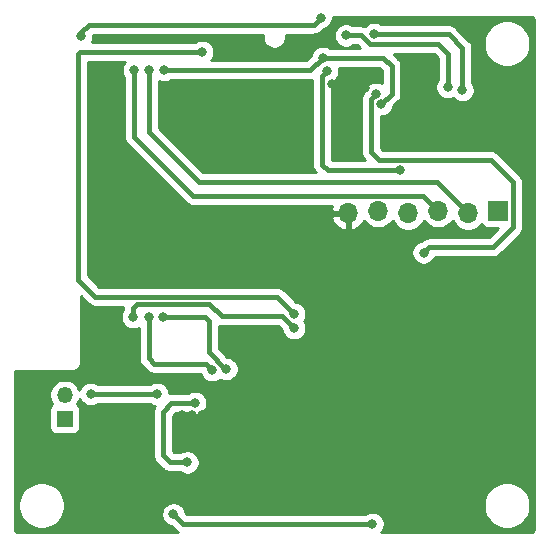
<source format=gbr>
%TF.GenerationSoftware,KiCad,Pcbnew,(5.1.10-1-10_14)*%
%TF.CreationDate,2021-06-21T19:24:18+01:00*%
%TF.ProjectId,IAQ_Project,4941515f-5072-46f6-9a65-63742e6b6963,rev?*%
%TF.SameCoordinates,Original*%
%TF.FileFunction,Copper,L2,Bot*%
%TF.FilePolarity,Positive*%
%FSLAX46Y46*%
G04 Gerber Fmt 4.6, Leading zero omitted, Abs format (unit mm)*
G04 Created by KiCad (PCBNEW (5.1.10-1-10_14)) date 2021-06-21 19:24:18*
%MOMM*%
%LPD*%
G01*
G04 APERTURE LIST*
%TA.AperFunction,ComponentPad*%
%ADD10R,1.350000X1.350000*%
%TD*%
%TA.AperFunction,ComponentPad*%
%ADD11O,1.350000X1.350000*%
%TD*%
%TA.AperFunction,ComponentPad*%
%ADD12O,1.700000X1.700000*%
%TD*%
%TA.AperFunction,ComponentPad*%
%ADD13R,1.700000X1.700000*%
%TD*%
%TA.AperFunction,ViaPad*%
%ADD14C,0.800000*%
%TD*%
%TA.AperFunction,Conductor*%
%ADD15C,0.400000*%
%TD*%
%TA.AperFunction,Conductor*%
%ADD16C,0.254000*%
%TD*%
%TA.AperFunction,Conductor*%
%ADD17C,0.100000*%
%TD*%
G04 APERTURE END LIST*
D10*
%TO.P,J3,1*%
%TO.N,VCC*%
X48900000Y-110700000D03*
D11*
%TO.P,J3,2*%
%TO.N,VBat-*%
X48900000Y-108700000D03*
%TD*%
D12*
%TO.P,J1,3*%
%TO.N,/ESP_TX*%
X80525000Y-93100000D03*
%TO.P,J1,2*%
%TO.N,/ESP_RX*%
X83065000Y-93300000D03*
%TO.P,J1,6*%
%TO.N,GND*%
X72905000Y-93300000D03*
%TO.P,J1,5*%
%TO.N,/ESP_I0*%
X75445000Y-93100000D03*
%TO.P,J1,4*%
%TO.N,/ESP_EN*%
X77985000Y-93300000D03*
D13*
%TO.P,J1,1*%
%TO.N,VDDA*%
X85605000Y-93100000D03*
%TD*%
D14*
%TO.N,GND*%
X59650000Y-110400000D03*
X59650000Y-111300000D03*
X59650000Y-112200000D03*
X59650000Y-113100000D03*
X60500000Y-113100000D03*
X60500000Y-112200000D03*
X60500000Y-111300000D03*
X60500000Y-110400000D03*
X58800000Y-110400000D03*
X58800000Y-111300000D03*
X58800000Y-112200000D03*
X58800000Y-113100000D03*
X77750000Y-110500000D03*
X77750000Y-111500000D03*
X77750000Y-112500000D03*
X76750000Y-112500000D03*
X76750000Y-111500000D03*
X76750000Y-110500000D03*
X77750000Y-109500000D03*
X76750000Y-109500000D03*
X46300000Y-114300000D03*
X74450000Y-118200000D03*
X83800000Y-81400000D03*
X71500000Y-82350000D03*
X74364814Y-82733442D03*
X82500000Y-97500000D03*
X85000000Y-97500000D03*
X87500000Y-97500000D03*
X87500000Y-100000000D03*
X85000000Y-100000000D03*
X82500000Y-100000000D03*
X87500000Y-102500000D03*
X85000000Y-102500000D03*
X82500000Y-102500000D03*
X82500000Y-105000000D03*
X85000000Y-105000000D03*
X87500000Y-105000000D03*
X87500000Y-107500000D03*
X87500000Y-110000000D03*
X87500000Y-112500000D03*
X87500000Y-114700000D03*
X85000000Y-114700000D03*
X82500000Y-115000000D03*
X82500000Y-112500000D03*
X82500000Y-110000000D03*
X82500000Y-107500000D03*
X85000000Y-107500000D03*
X85000000Y-110000000D03*
X85000000Y-112500000D03*
X82500000Y-117500000D03*
X82500000Y-120000000D03*
X80000000Y-120000000D03*
X80000000Y-117500000D03*
X80000000Y-115000000D03*
X80000000Y-112500000D03*
X80000000Y-110000000D03*
X80000000Y-107500000D03*
X80000000Y-105000000D03*
X80000000Y-105000000D03*
X80000000Y-102500000D03*
X77500000Y-120000000D03*
X87500000Y-87500000D03*
X85000000Y-87500000D03*
X87500000Y-85000000D03*
X87500000Y-82500000D03*
X52500000Y-85000000D03*
X52500000Y-87500000D03*
X52500000Y-90000000D03*
X52500000Y-92500000D03*
X55000000Y-90000000D03*
X55000000Y-92500000D03*
X62500000Y-85000000D03*
X65000000Y-85000000D03*
X65000000Y-87500000D03*
X62500000Y-87500000D03*
X57500000Y-85000000D03*
X60000000Y-85000000D03*
X60000000Y-87500000D03*
X55000000Y-95000000D03*
X52500000Y-95000000D03*
X62500000Y-95000000D03*
X65000000Y-95000000D03*
%TO.N,VCC*%
X58100000Y-118800000D03*
X74950000Y-119600000D03*
X75249503Y-83199624D03*
X79300000Y-96650000D03*
%TO.N,/SDO_ADR*%
X82575000Y-82900000D03*
X75100000Y-78150000D03*
%TO.N,/SDI_3V*%
X57325000Y-81200000D03*
X70750000Y-80150000D03*
X75715686Y-84084314D03*
%TO.N,/SCK_3V*%
X81325000Y-82625000D03*
X72725000Y-78250000D03*
%TO.N,VDDA*%
X71100000Y-81300000D03*
X77325000Y-89675000D03*
%TO.N,/ESP_RX*%
X56075000Y-81175000D03*
%TO.N,/ESP_TX*%
X54775000Y-81175000D03*
%TO.N,/ESP_EN*%
X54700000Y-102100000D03*
X68325000Y-103050000D03*
%TO.N,VBUS*%
X59919524Y-109359998D03*
X59300000Y-114400000D03*
%TO.N,VBat-*%
X56700000Y-108600000D03*
X51100000Y-108600000D03*
%TO.N,/ESP_LED*%
X68325000Y-101825000D03*
X60550000Y-79650000D03*
%TO.N,Net-(R2-Pad1)*%
X61400000Y-106600000D03*
X56000000Y-102100000D03*
%TO.N,/ESP_SW*%
X70575000Y-76750000D03*
X50300000Y-78300000D03*
%TO.N,Net-(U5-Pad3)*%
X57200000Y-102100000D03*
X62600000Y-106500000D03*
%TD*%
D15*
%TO.N,GND*%
X57300000Y-115800000D02*
X46300000Y-115800000D01*
X59700000Y-118200000D02*
X57300000Y-115800000D01*
X74450000Y-118200000D02*
X59700000Y-118200000D01*
%TO.N,VCC*%
X58900000Y-119600000D02*
X58100000Y-118800000D01*
X74950000Y-119600000D02*
X58900000Y-119600000D01*
X74849504Y-83599623D02*
X74849504Y-87649504D01*
X75249503Y-83199624D02*
X74849504Y-83599623D01*
X74849504Y-88149504D02*
X75500000Y-88800000D01*
X74849504Y-87649504D02*
X74849504Y-88149504D01*
X75500000Y-88800000D02*
X84975000Y-88800000D01*
X86855001Y-90680001D02*
X86855001Y-94494999D01*
X84975000Y-88800000D02*
X86855001Y-90680001D01*
X86855001Y-94494999D02*
X85150000Y-96200000D01*
X79750000Y-96200000D02*
X79300000Y-96650000D01*
X85150000Y-96200000D02*
X79750000Y-96200000D01*
%TO.N,/SDO_ADR*%
X82575000Y-82900000D02*
X82575000Y-79325000D01*
X81400000Y-78150000D02*
X75100000Y-78150000D01*
X82575000Y-79325000D02*
X81400000Y-78150000D01*
%TO.N,/SDI_3V*%
X69700000Y-81200000D02*
X70750000Y-80150000D01*
X57325000Y-81200000D02*
X69700000Y-81200000D01*
X75715686Y-84084314D02*
X76575000Y-83225000D01*
X76575000Y-83225000D02*
X76575000Y-80850000D01*
X75875000Y-80150000D02*
X70750000Y-80150000D01*
X76575000Y-80850000D02*
X75875000Y-80150000D01*
%TO.N,/SCK_3V*%
X81325000Y-82625000D02*
X81325000Y-79850000D01*
X81325000Y-79850000D02*
X80500000Y-79025000D01*
X74015998Y-78250000D02*
X72725000Y-78250000D01*
X74790998Y-79025000D02*
X74015998Y-78250000D01*
X80500000Y-79025000D02*
X74790998Y-79025000D01*
%TO.N,VDDA*%
X70699999Y-81700001D02*
X70699999Y-89199999D01*
X71100000Y-81300000D02*
X70699999Y-81700001D01*
X70699999Y-89199999D02*
X71175000Y-89675000D01*
X71175000Y-89675000D02*
X77325000Y-89675000D01*
%TO.N,/ESP_RX*%
X83065000Y-93300000D02*
X80440000Y-90675000D01*
X80440000Y-90675000D02*
X60300000Y-90675000D01*
X56075000Y-86450000D02*
X56075000Y-81175000D01*
X60300000Y-90675000D02*
X56075000Y-86450000D01*
%TO.N,/ESP_TX*%
X79274999Y-91849999D02*
X59774999Y-91849999D01*
X80525000Y-93100000D02*
X79274999Y-91849999D01*
X54775000Y-86850000D02*
X54775000Y-81175000D01*
X59774999Y-91849999D02*
X54775000Y-86850000D01*
%TO.N,/ESP_EN*%
X54700000Y-102100000D02*
X54700000Y-101350000D01*
X54700000Y-101350000D02*
X55050000Y-101000000D01*
X55050000Y-101000000D02*
X61150000Y-101000000D01*
X61150000Y-101000000D02*
X62200000Y-102050000D01*
X67325000Y-102050000D02*
X68325000Y-103050000D01*
X62200000Y-102050000D02*
X67325000Y-102050000D01*
%TO.N,VBUS*%
X59919524Y-109359998D02*
X57940002Y-109359998D01*
X57940002Y-109359998D02*
X57200000Y-110100000D01*
X57200000Y-110100000D02*
X57200000Y-113800000D01*
X57800000Y-114400000D02*
X59300000Y-114400000D01*
X57200000Y-113800000D02*
X57800000Y-114400000D01*
%TO.N,VBat-*%
X56700000Y-108600000D02*
X51100000Y-108600000D01*
%TO.N,/ESP_LED*%
X66899990Y-100399990D02*
X51499990Y-100399990D01*
X68325000Y-101825000D02*
X66899990Y-100399990D01*
X50025010Y-98925010D02*
X50025010Y-79824990D01*
X51499990Y-100399990D02*
X50025010Y-98925010D01*
X50200000Y-79650000D02*
X60550000Y-79650000D01*
X50025010Y-79824990D02*
X50200000Y-79650000D01*
%TO.N,Net-(R2-Pad1)*%
X61400000Y-106600000D02*
X60900000Y-106100000D01*
X60900000Y-106100000D02*
X56500000Y-106100000D01*
X56000000Y-105600000D02*
X56000000Y-102100000D01*
X56500000Y-106100000D02*
X56000000Y-105600000D01*
%TO.N,/ESP_SW*%
X69974999Y-77350001D02*
X50924999Y-77350001D01*
X70575000Y-76750000D02*
X69974999Y-77350001D01*
X50300000Y-77975000D02*
X50300000Y-78300000D01*
X50924999Y-77350001D02*
X50300000Y-77975000D01*
%TO.N,Net-(U5-Pad3)*%
X57200000Y-102100000D02*
X60500000Y-102100000D01*
X60500000Y-102100000D02*
X60800000Y-102100000D01*
X60800000Y-102100000D02*
X61100000Y-102400000D01*
X61100000Y-102400000D02*
X61100000Y-104600000D01*
X61100000Y-104600000D02*
X61100000Y-105100000D01*
X62500000Y-106500000D02*
X62600000Y-106500000D01*
X61100000Y-105100000D02*
X62500000Y-106500000D01*
%TD*%
D16*
%TO.N,GND*%
X88365424Y-76669580D02*
X88428356Y-76688580D01*
X88486405Y-76719445D01*
X88537343Y-76760989D01*
X88579248Y-76811644D01*
X88610515Y-76869471D01*
X88629956Y-76932272D01*
X88640000Y-77027835D01*
X88640000Y-77932419D01*
X88640001Y-77932429D01*
X88640000Y-87232418D01*
X88640001Y-87232428D01*
X88640000Y-106332418D01*
X88640001Y-106332428D01*
X88640000Y-119967721D01*
X88630420Y-120065424D01*
X88611420Y-120128357D01*
X88580554Y-120186406D01*
X88539011Y-120237343D01*
X88488356Y-120279248D01*
X88430529Y-120310515D01*
X88367728Y-120329956D01*
X88272165Y-120340000D01*
X75673711Y-120340000D01*
X75753937Y-120259774D01*
X75867205Y-120090256D01*
X75945226Y-119901898D01*
X75985000Y-119701939D01*
X75985000Y-119498061D01*
X75945226Y-119298102D01*
X75867205Y-119109744D01*
X75753937Y-118940226D01*
X75609774Y-118796063D01*
X75440256Y-118682795D01*
X75251898Y-118604774D01*
X75051939Y-118565000D01*
X74848061Y-118565000D01*
X74648102Y-118604774D01*
X74459744Y-118682795D01*
X74336715Y-118765000D01*
X59245868Y-118765000D01*
X59124092Y-118643224D01*
X59095226Y-118498102D01*
X59017205Y-118309744D01*
X58903937Y-118140226D01*
X58759774Y-117996063D01*
X58590256Y-117882795D01*
X58521935Y-117854495D01*
X84365000Y-117854495D01*
X84365000Y-118245505D01*
X84441282Y-118629003D01*
X84590915Y-118990250D01*
X84808149Y-119315364D01*
X85084636Y-119591851D01*
X85409750Y-119809085D01*
X85770997Y-119958718D01*
X86154495Y-120035000D01*
X86545505Y-120035000D01*
X86929003Y-119958718D01*
X87290250Y-119809085D01*
X87615364Y-119591851D01*
X87891851Y-119315364D01*
X88109085Y-118990250D01*
X88258718Y-118629003D01*
X88335000Y-118245505D01*
X88335000Y-117854495D01*
X88258718Y-117470997D01*
X88109085Y-117109750D01*
X87891851Y-116784636D01*
X87615364Y-116508149D01*
X87290250Y-116290915D01*
X86929003Y-116141282D01*
X86545505Y-116065000D01*
X86154495Y-116065000D01*
X85770997Y-116141282D01*
X85409750Y-116290915D01*
X85084636Y-116508149D01*
X84808149Y-116784636D01*
X84590915Y-117109750D01*
X84441282Y-117470997D01*
X84365000Y-117854495D01*
X58521935Y-117854495D01*
X58401898Y-117804774D01*
X58201939Y-117765000D01*
X57998061Y-117765000D01*
X57798102Y-117804774D01*
X57609744Y-117882795D01*
X57440226Y-117996063D01*
X57296063Y-118140226D01*
X57182795Y-118309744D01*
X57104774Y-118498102D01*
X57065000Y-118698061D01*
X57065000Y-118901939D01*
X57104774Y-119101898D01*
X57182795Y-119290256D01*
X57296063Y-119459774D01*
X57440226Y-119603937D01*
X57609744Y-119717205D01*
X57798102Y-119795226D01*
X57943224Y-119824092D01*
X58280563Y-120161432D01*
X58306709Y-120193291D01*
X58338568Y-120219437D01*
X58338570Y-120219439D01*
X58433854Y-120297636D01*
X58513111Y-120340000D01*
X45032279Y-120340000D01*
X44934576Y-120330420D01*
X44871643Y-120311420D01*
X44813594Y-120280554D01*
X44762657Y-120239011D01*
X44720752Y-120188356D01*
X44689485Y-120130529D01*
X44670044Y-120067728D01*
X44660000Y-119972165D01*
X44660000Y-117854495D01*
X44965000Y-117854495D01*
X44965000Y-118245505D01*
X45041282Y-118629003D01*
X45190915Y-118990250D01*
X45408149Y-119315364D01*
X45684636Y-119591851D01*
X46009750Y-119809085D01*
X46370997Y-119958718D01*
X46754495Y-120035000D01*
X47145505Y-120035000D01*
X47529003Y-119958718D01*
X47890250Y-119809085D01*
X48215364Y-119591851D01*
X48491851Y-119315364D01*
X48709085Y-118990250D01*
X48858718Y-118629003D01*
X48935000Y-118245505D01*
X48935000Y-117854495D01*
X48858718Y-117470997D01*
X48709085Y-117109750D01*
X48491851Y-116784636D01*
X48215364Y-116508149D01*
X47890250Y-116290915D01*
X47529003Y-116141282D01*
X47145505Y-116065000D01*
X46754495Y-116065000D01*
X46370997Y-116141282D01*
X46009750Y-116290915D01*
X45684636Y-116508149D01*
X45408149Y-116784636D01*
X45190915Y-117109750D01*
X45041282Y-117470997D01*
X44965000Y-117854495D01*
X44660000Y-117854495D01*
X44660000Y-110025000D01*
X47586928Y-110025000D01*
X47586928Y-111375000D01*
X47599188Y-111499482D01*
X47635498Y-111619180D01*
X47694463Y-111729494D01*
X47773815Y-111826185D01*
X47870506Y-111905537D01*
X47980820Y-111964502D01*
X48100518Y-112000812D01*
X48225000Y-112013072D01*
X49575000Y-112013072D01*
X49699482Y-112000812D01*
X49819180Y-111964502D01*
X49929494Y-111905537D01*
X50026185Y-111826185D01*
X50105537Y-111729494D01*
X50164502Y-111619180D01*
X50200812Y-111499482D01*
X50213072Y-111375000D01*
X50213072Y-110025000D01*
X50200812Y-109900518D01*
X50164502Y-109780820D01*
X50105537Y-109670506D01*
X50026185Y-109573815D01*
X49939303Y-109502513D01*
X50060907Y-109320518D01*
X50159658Y-109082113D01*
X50166070Y-109049878D01*
X50182795Y-109090256D01*
X50296063Y-109259774D01*
X50440226Y-109403937D01*
X50609744Y-109517205D01*
X50798102Y-109595226D01*
X50998061Y-109635000D01*
X51201939Y-109635000D01*
X51401898Y-109595226D01*
X51590256Y-109517205D01*
X51713285Y-109435000D01*
X56086715Y-109435000D01*
X56209744Y-109517205D01*
X56398102Y-109595226D01*
X56514986Y-109618475D01*
X56502364Y-109633855D01*
X56424828Y-109778914D01*
X56377082Y-109936312D01*
X56360960Y-110100000D01*
X56365000Y-110141019D01*
X56365001Y-113758972D01*
X56360960Y-113800000D01*
X56377082Y-113963688D01*
X56424828Y-114121086D01*
X56502364Y-114266145D01*
X56502365Y-114266146D01*
X56606710Y-114393291D01*
X56638574Y-114419441D01*
X57180558Y-114961426D01*
X57206709Y-114993291D01*
X57287719Y-115059774D01*
X57333854Y-115097636D01*
X57478913Y-115175172D01*
X57636311Y-115222918D01*
X57799999Y-115239040D01*
X57841018Y-115235000D01*
X58686715Y-115235000D01*
X58809744Y-115317205D01*
X58998102Y-115395226D01*
X59198061Y-115435000D01*
X59401939Y-115435000D01*
X59601898Y-115395226D01*
X59790256Y-115317205D01*
X59959774Y-115203937D01*
X60103937Y-115059774D01*
X60217205Y-114890256D01*
X60295226Y-114701898D01*
X60335000Y-114501939D01*
X60335000Y-114298061D01*
X60295226Y-114098102D01*
X60217205Y-113909744D01*
X60103937Y-113740226D01*
X59959774Y-113596063D01*
X59790256Y-113482795D01*
X59601898Y-113404774D01*
X59401939Y-113365000D01*
X59198061Y-113365000D01*
X58998102Y-113404774D01*
X58809744Y-113482795D01*
X58686715Y-113565000D01*
X58145868Y-113565000D01*
X58035000Y-113454133D01*
X58035000Y-110445868D01*
X58285870Y-110194998D01*
X59306239Y-110194998D01*
X59429268Y-110277203D01*
X59617626Y-110355224D01*
X59817585Y-110394998D01*
X60021463Y-110394998D01*
X60221422Y-110355224D01*
X60409780Y-110277203D01*
X60579298Y-110163935D01*
X60723461Y-110019772D01*
X60836729Y-109850254D01*
X60914750Y-109661896D01*
X60954524Y-109461937D01*
X60954524Y-109258059D01*
X60914750Y-109058100D01*
X60836729Y-108869742D01*
X60723461Y-108700224D01*
X60579298Y-108556061D01*
X60409780Y-108442793D01*
X60221422Y-108364772D01*
X60021463Y-108324998D01*
X59817585Y-108324998D01*
X59617626Y-108364772D01*
X59429268Y-108442793D01*
X59306239Y-108524998D01*
X57981020Y-108524998D01*
X57940002Y-108520958D01*
X57898983Y-108524998D01*
X57776313Y-108537080D01*
X57735000Y-108549612D01*
X57735000Y-108498061D01*
X57695226Y-108298102D01*
X57617205Y-108109744D01*
X57503937Y-107940226D01*
X57359774Y-107796063D01*
X57190256Y-107682795D01*
X57001898Y-107604774D01*
X56801939Y-107565000D01*
X56598061Y-107565000D01*
X56398102Y-107604774D01*
X56209744Y-107682795D01*
X56086715Y-107765000D01*
X51713285Y-107765000D01*
X51590256Y-107682795D01*
X51401898Y-107604774D01*
X51201939Y-107565000D01*
X50998061Y-107565000D01*
X50798102Y-107604774D01*
X50609744Y-107682795D01*
X50440226Y-107796063D01*
X50296063Y-107940226D01*
X50182795Y-108109744D01*
X50128118Y-108241744D01*
X50060907Y-108079482D01*
X49917544Y-107864923D01*
X49735077Y-107682456D01*
X49520518Y-107539093D01*
X49282113Y-107440342D01*
X49029024Y-107390000D01*
X48770976Y-107390000D01*
X48517887Y-107440342D01*
X48279482Y-107539093D01*
X48064923Y-107682456D01*
X47882456Y-107864923D01*
X47739093Y-108079482D01*
X47640342Y-108317887D01*
X47590000Y-108570976D01*
X47590000Y-108829024D01*
X47640342Y-109082113D01*
X47739093Y-109320518D01*
X47860697Y-109502513D01*
X47773815Y-109573815D01*
X47694463Y-109670506D01*
X47635498Y-109780820D01*
X47599188Y-109900518D01*
X47586928Y-110025000D01*
X44660000Y-110025000D01*
X44660000Y-106660000D01*
X49567581Y-106660000D01*
X49600000Y-106663193D01*
X49632419Y-106660000D01*
X49729383Y-106650450D01*
X49853793Y-106612710D01*
X49968450Y-106551425D01*
X50068948Y-106468948D01*
X50151425Y-106368450D01*
X50212710Y-106253793D01*
X50250450Y-106129383D01*
X50263193Y-106000000D01*
X50260000Y-105967581D01*
X50260000Y-100340868D01*
X50880553Y-100961422D01*
X50906699Y-100993281D01*
X50938558Y-101019427D01*
X50938560Y-101019429D01*
X50950118Y-101028914D01*
X51033844Y-101097626D01*
X51178903Y-101175162D01*
X51336301Y-101222908D01*
X51458971Y-101234990D01*
X51458972Y-101234990D01*
X51499990Y-101239030D01*
X51541008Y-101234990D01*
X53872288Y-101234990D01*
X53860960Y-101350000D01*
X53865000Y-101391018D01*
X53865000Y-101486715D01*
X53782795Y-101609744D01*
X53704774Y-101798102D01*
X53665000Y-101998061D01*
X53665000Y-102201939D01*
X53704774Y-102401898D01*
X53782795Y-102590256D01*
X53896063Y-102759774D01*
X54040226Y-102903937D01*
X54209744Y-103017205D01*
X54398102Y-103095226D01*
X54598061Y-103135000D01*
X54801939Y-103135000D01*
X55001898Y-103095226D01*
X55165001Y-103027666D01*
X55165000Y-105558981D01*
X55160960Y-105600000D01*
X55165000Y-105641018D01*
X55177082Y-105763688D01*
X55224828Y-105921086D01*
X55302364Y-106066145D01*
X55406709Y-106193291D01*
X55438578Y-106219445D01*
X55880558Y-106661426D01*
X55906709Y-106693291D01*
X56033854Y-106797636D01*
X56178913Y-106875172D01*
X56336311Y-106922918D01*
X56458981Y-106935000D01*
X56458982Y-106935000D01*
X56500000Y-106939040D01*
X56541018Y-106935000D01*
X60418485Y-106935000D01*
X60482795Y-107090256D01*
X60596063Y-107259774D01*
X60740226Y-107403937D01*
X60909744Y-107517205D01*
X61098102Y-107595226D01*
X61298061Y-107635000D01*
X61501939Y-107635000D01*
X61701898Y-107595226D01*
X61890256Y-107517205D01*
X62059774Y-107403937D01*
X62071836Y-107391875D01*
X62109744Y-107417205D01*
X62298102Y-107495226D01*
X62498061Y-107535000D01*
X62701939Y-107535000D01*
X62901898Y-107495226D01*
X63090256Y-107417205D01*
X63259774Y-107303937D01*
X63403937Y-107159774D01*
X63517205Y-106990256D01*
X63595226Y-106801898D01*
X63635000Y-106601939D01*
X63635000Y-106398061D01*
X63595226Y-106198102D01*
X63517205Y-106009744D01*
X63403937Y-105840226D01*
X63259774Y-105696063D01*
X63090256Y-105582795D01*
X62901898Y-105504774D01*
X62701939Y-105465000D01*
X62645868Y-105465000D01*
X61935000Y-104754133D01*
X61935000Y-102842186D01*
X62036311Y-102872918D01*
X62158981Y-102885000D01*
X62158983Y-102885000D01*
X62199999Y-102889040D01*
X62241015Y-102885000D01*
X66979132Y-102885000D01*
X67300908Y-103206776D01*
X67329774Y-103351898D01*
X67407795Y-103540256D01*
X67521063Y-103709774D01*
X67665226Y-103853937D01*
X67834744Y-103967205D01*
X68023102Y-104045226D01*
X68223061Y-104085000D01*
X68426939Y-104085000D01*
X68626898Y-104045226D01*
X68815256Y-103967205D01*
X68984774Y-103853937D01*
X69128937Y-103709774D01*
X69242205Y-103540256D01*
X69320226Y-103351898D01*
X69360000Y-103151939D01*
X69360000Y-102948061D01*
X69320226Y-102748102D01*
X69242205Y-102559744D01*
X69160524Y-102437500D01*
X69242205Y-102315256D01*
X69320226Y-102126898D01*
X69360000Y-101926939D01*
X69360000Y-101723061D01*
X69320226Y-101523102D01*
X69242205Y-101334744D01*
X69128937Y-101165226D01*
X68984774Y-101021063D01*
X68815256Y-100907795D01*
X68626898Y-100829774D01*
X68481775Y-100800908D01*
X67519436Y-99838569D01*
X67493281Y-99806699D01*
X67366136Y-99702354D01*
X67221077Y-99624818D01*
X67063679Y-99577072D01*
X66941009Y-99564990D01*
X66941008Y-99564990D01*
X66899990Y-99560950D01*
X66858972Y-99564990D01*
X51845859Y-99564990D01*
X50860010Y-98579143D01*
X50860010Y-93656891D01*
X71463519Y-93656891D01*
X71560843Y-93931252D01*
X71709822Y-94181355D01*
X71904731Y-94397588D01*
X72138080Y-94571641D01*
X72400901Y-94696825D01*
X72548110Y-94741476D01*
X72778000Y-94620155D01*
X72778000Y-93427000D01*
X71584186Y-93427000D01*
X71463519Y-93656891D01*
X50860010Y-93656891D01*
X50860010Y-80485000D01*
X54001289Y-80485000D01*
X53971063Y-80515226D01*
X53857795Y-80684744D01*
X53779774Y-80873102D01*
X53740000Y-81073061D01*
X53740000Y-81276939D01*
X53779774Y-81476898D01*
X53857795Y-81665256D01*
X53940001Y-81788286D01*
X53940000Y-86808981D01*
X53935960Y-86850000D01*
X53940000Y-86891018D01*
X53952082Y-87013688D01*
X53999828Y-87171086D01*
X54077364Y-87316145D01*
X54181709Y-87443291D01*
X54213579Y-87469446D01*
X59155558Y-92411426D01*
X59181708Y-92443290D01*
X59308853Y-92547635D01*
X59453912Y-92625171D01*
X59611310Y-92672917D01*
X59733980Y-92684999D01*
X59733990Y-92684999D01*
X59774998Y-92689038D01*
X59816006Y-92684999D01*
X71555078Y-92684999D01*
X71463519Y-92943109D01*
X71584186Y-93173000D01*
X72778000Y-93173000D01*
X72778000Y-93153000D01*
X73032000Y-93153000D01*
X73032000Y-93173000D01*
X73052000Y-93173000D01*
X73052000Y-93427000D01*
X73032000Y-93427000D01*
X73032000Y-94620155D01*
X73261890Y-94741476D01*
X73409099Y-94696825D01*
X73671920Y-94571641D01*
X73905269Y-94397588D01*
X74100178Y-94181355D01*
X74232790Y-93958729D01*
X74291525Y-94046632D01*
X74498368Y-94253475D01*
X74741589Y-94415990D01*
X75011842Y-94527932D01*
X75298740Y-94585000D01*
X75591260Y-94585000D01*
X75878158Y-94527932D01*
X76148411Y-94415990D01*
X76391632Y-94253475D01*
X76598475Y-94046632D01*
X76653069Y-93964926D01*
X76669010Y-94003411D01*
X76831525Y-94246632D01*
X77038368Y-94453475D01*
X77281589Y-94615990D01*
X77551842Y-94727932D01*
X77838740Y-94785000D01*
X78131260Y-94785000D01*
X78418158Y-94727932D01*
X78688411Y-94615990D01*
X78931632Y-94453475D01*
X79138475Y-94246632D01*
X79300990Y-94003411D01*
X79316931Y-93964926D01*
X79371525Y-94046632D01*
X79578368Y-94253475D01*
X79821589Y-94415990D01*
X80091842Y-94527932D01*
X80378740Y-94585000D01*
X80671260Y-94585000D01*
X80958158Y-94527932D01*
X81228411Y-94415990D01*
X81471632Y-94253475D01*
X81678475Y-94046632D01*
X81733069Y-93964926D01*
X81749010Y-94003411D01*
X81911525Y-94246632D01*
X82118368Y-94453475D01*
X82361589Y-94615990D01*
X82631842Y-94727932D01*
X82918740Y-94785000D01*
X83211260Y-94785000D01*
X83498158Y-94727932D01*
X83768411Y-94615990D01*
X84011632Y-94453475D01*
X84202222Y-94262885D01*
X84224463Y-94304494D01*
X84303815Y-94401185D01*
X84400506Y-94480537D01*
X84510820Y-94539502D01*
X84630518Y-94575812D01*
X84755000Y-94588072D01*
X85581060Y-94588072D01*
X84804133Y-95365000D01*
X79791018Y-95365000D01*
X79749999Y-95360960D01*
X79708981Y-95365000D01*
X79586311Y-95377082D01*
X79428913Y-95424828D01*
X79283854Y-95502364D01*
X79156709Y-95606709D01*
X79140510Y-95626448D01*
X78998102Y-95654774D01*
X78809744Y-95732795D01*
X78640226Y-95846063D01*
X78496063Y-95990226D01*
X78382795Y-96159744D01*
X78304774Y-96348102D01*
X78265000Y-96548061D01*
X78265000Y-96751939D01*
X78304774Y-96951898D01*
X78382795Y-97140256D01*
X78496063Y-97309774D01*
X78640226Y-97453937D01*
X78809744Y-97567205D01*
X78998102Y-97645226D01*
X79198061Y-97685000D01*
X79401939Y-97685000D01*
X79601898Y-97645226D01*
X79790256Y-97567205D01*
X79959774Y-97453937D01*
X80103937Y-97309774D01*
X80217205Y-97140256D01*
X80260804Y-97035000D01*
X85108982Y-97035000D01*
X85150000Y-97039040D01*
X85191018Y-97035000D01*
X85191019Y-97035000D01*
X85313689Y-97022918D01*
X85471087Y-96975172D01*
X85616146Y-96897636D01*
X85743291Y-96793291D01*
X85769446Y-96761421D01*
X87416433Y-95114436D01*
X87448292Y-95088290D01*
X87552637Y-94961145D01*
X87630173Y-94816086D01*
X87677919Y-94658688D01*
X87690001Y-94536018D01*
X87690001Y-94536017D01*
X87694041Y-94494999D01*
X87690001Y-94453981D01*
X87690001Y-90721019D01*
X87694041Y-90680001D01*
X87677919Y-90516312D01*
X87630173Y-90358914D01*
X87552637Y-90213855D01*
X87474440Y-90118571D01*
X87474438Y-90118569D01*
X87448292Y-90086710D01*
X87416434Y-90060565D01*
X85594446Y-88238579D01*
X85568291Y-88206709D01*
X85441146Y-88102364D01*
X85296087Y-88024828D01*
X85138689Y-87977082D01*
X85016019Y-87965000D01*
X85016018Y-87965000D01*
X84975000Y-87960960D01*
X84933982Y-87965000D01*
X75845868Y-87965000D01*
X75684504Y-87803637D01*
X75684504Y-85119314D01*
X75817625Y-85119314D01*
X76017584Y-85079540D01*
X76205942Y-85001519D01*
X76375460Y-84888251D01*
X76519623Y-84744088D01*
X76632891Y-84574570D01*
X76710912Y-84386212D01*
X76739778Y-84241090D01*
X77136433Y-83844436D01*
X77168291Y-83818291D01*
X77272636Y-83691146D01*
X77350172Y-83546087D01*
X77397918Y-83388689D01*
X77410000Y-83266019D01*
X77410000Y-83266018D01*
X77414040Y-83225000D01*
X77410000Y-83183982D01*
X77410000Y-80891007D01*
X77414039Y-80849999D01*
X77410000Y-80808991D01*
X77410000Y-80808981D01*
X77397918Y-80686311D01*
X77350172Y-80528913D01*
X77272636Y-80383854D01*
X77168291Y-80256709D01*
X77136426Y-80230558D01*
X76765867Y-79860000D01*
X80154133Y-79860000D01*
X80490001Y-80195869D01*
X80490000Y-82011715D01*
X80407795Y-82134744D01*
X80329774Y-82323102D01*
X80290000Y-82523061D01*
X80290000Y-82726939D01*
X80329774Y-82926898D01*
X80407795Y-83115256D01*
X80521063Y-83284774D01*
X80665226Y-83428937D01*
X80834744Y-83542205D01*
X81023102Y-83620226D01*
X81223061Y-83660000D01*
X81426939Y-83660000D01*
X81626898Y-83620226D01*
X81771584Y-83560295D01*
X81915226Y-83703937D01*
X82084744Y-83817205D01*
X82273102Y-83895226D01*
X82473061Y-83935000D01*
X82676939Y-83935000D01*
X82876898Y-83895226D01*
X83065256Y-83817205D01*
X83234774Y-83703937D01*
X83378937Y-83559774D01*
X83492205Y-83390256D01*
X83570226Y-83201898D01*
X83610000Y-83001939D01*
X83610000Y-82798061D01*
X83570226Y-82598102D01*
X83492205Y-82409744D01*
X83410000Y-82286715D01*
X83410000Y-79366018D01*
X83414040Y-79325000D01*
X83397918Y-79161311D01*
X83350172Y-79003913D01*
X83272636Y-78858854D01*
X83194439Y-78763570D01*
X83194437Y-78763568D01*
X83186991Y-78754495D01*
X84365000Y-78754495D01*
X84365000Y-79145505D01*
X84441282Y-79529003D01*
X84590915Y-79890250D01*
X84808149Y-80215364D01*
X85084636Y-80491851D01*
X85409750Y-80709085D01*
X85770997Y-80858718D01*
X86154495Y-80935000D01*
X86545505Y-80935000D01*
X86929003Y-80858718D01*
X87290250Y-80709085D01*
X87615364Y-80491851D01*
X87891851Y-80215364D01*
X88109085Y-79890250D01*
X88258718Y-79529003D01*
X88335000Y-79145505D01*
X88335000Y-78754495D01*
X88258718Y-78370997D01*
X88109085Y-78009750D01*
X87891851Y-77684636D01*
X87615364Y-77408149D01*
X87290250Y-77190915D01*
X86929003Y-77041282D01*
X86545505Y-76965000D01*
X86154495Y-76965000D01*
X85770997Y-77041282D01*
X85409750Y-77190915D01*
X85084636Y-77408149D01*
X84808149Y-77684636D01*
X84590915Y-78009750D01*
X84441282Y-78370997D01*
X84365000Y-78754495D01*
X83186991Y-78754495D01*
X83168291Y-78731709D01*
X83136432Y-78705563D01*
X82019445Y-77588578D01*
X81993291Y-77556709D01*
X81866146Y-77452364D01*
X81721087Y-77374828D01*
X81563689Y-77327082D01*
X81441019Y-77315000D01*
X81441018Y-77315000D01*
X81400000Y-77310960D01*
X81358982Y-77315000D01*
X75713285Y-77315000D01*
X75590256Y-77232795D01*
X75401898Y-77154774D01*
X75201939Y-77115000D01*
X74998061Y-77115000D01*
X74798102Y-77154774D01*
X74609744Y-77232795D01*
X74440226Y-77346063D01*
X74317425Y-77468864D01*
X74179687Y-77427082D01*
X74057017Y-77415000D01*
X74057016Y-77415000D01*
X74015998Y-77410960D01*
X73974980Y-77415000D01*
X73338285Y-77415000D01*
X73215256Y-77332795D01*
X73026898Y-77254774D01*
X72826939Y-77215000D01*
X72623061Y-77215000D01*
X72423102Y-77254774D01*
X72234744Y-77332795D01*
X72065226Y-77446063D01*
X71921063Y-77590226D01*
X71807795Y-77759744D01*
X71729774Y-77948102D01*
X71690000Y-78148061D01*
X71690000Y-78351939D01*
X71729774Y-78551898D01*
X71807795Y-78740256D01*
X71921063Y-78909774D01*
X72065226Y-79053937D01*
X72234744Y-79167205D01*
X72423102Y-79245226D01*
X72623061Y-79285000D01*
X72826939Y-79285000D01*
X73026898Y-79245226D01*
X73215256Y-79167205D01*
X73338285Y-79085000D01*
X73670130Y-79085000D01*
X73900130Y-79315000D01*
X71363285Y-79315000D01*
X71240256Y-79232795D01*
X71051898Y-79154774D01*
X70851939Y-79115000D01*
X70648061Y-79115000D01*
X70448102Y-79154774D01*
X70259744Y-79232795D01*
X70090226Y-79346063D01*
X69946063Y-79490226D01*
X69832795Y-79659744D01*
X69754774Y-79848102D01*
X69725907Y-79993225D01*
X69354133Y-80365000D01*
X61298711Y-80365000D01*
X61353937Y-80309774D01*
X61467205Y-80140256D01*
X61545226Y-79951898D01*
X61585000Y-79751939D01*
X61585000Y-79548061D01*
X61545226Y-79348102D01*
X61467205Y-79159744D01*
X61353937Y-78990226D01*
X61209774Y-78846063D01*
X61040256Y-78732795D01*
X60851898Y-78654774D01*
X60651939Y-78615000D01*
X60448061Y-78615000D01*
X60248102Y-78654774D01*
X60059744Y-78732795D01*
X59936715Y-78815000D01*
X51200672Y-78815000D01*
X51217205Y-78790256D01*
X51295226Y-78601898D01*
X51335000Y-78401939D01*
X51335000Y-78198061D01*
X51332402Y-78185001D01*
X65688469Y-78185001D01*
X65665000Y-78302986D01*
X65665000Y-78497014D01*
X65702853Y-78687314D01*
X65777104Y-78866572D01*
X65884901Y-79027901D01*
X66022099Y-79165099D01*
X66183428Y-79272896D01*
X66362686Y-79347147D01*
X66552986Y-79385000D01*
X66747014Y-79385000D01*
X66937314Y-79347147D01*
X67116572Y-79272896D01*
X67277901Y-79165099D01*
X67415099Y-79027901D01*
X67522896Y-78866572D01*
X67597147Y-78687314D01*
X67635000Y-78497014D01*
X67635000Y-78302986D01*
X67611531Y-78185001D01*
X69933981Y-78185001D01*
X69974999Y-78189041D01*
X70016017Y-78185001D01*
X70016018Y-78185001D01*
X70138688Y-78172919D01*
X70296086Y-78125173D01*
X70441145Y-78047637D01*
X70568290Y-77943292D01*
X70594444Y-77911423D01*
X70731775Y-77774093D01*
X70876898Y-77745226D01*
X71065256Y-77667205D01*
X71234774Y-77553937D01*
X71378937Y-77409774D01*
X71492205Y-77240256D01*
X71570226Y-77051898D01*
X71610000Y-76851939D01*
X71610000Y-76660000D01*
X88267721Y-76660000D01*
X88365424Y-76669580D01*
%TA.AperFunction,Conductor*%
D17*
G36*
X88365424Y-76669580D02*
G01*
X88428356Y-76688580D01*
X88486405Y-76719445D01*
X88537343Y-76760989D01*
X88579248Y-76811644D01*
X88610515Y-76869471D01*
X88629956Y-76932272D01*
X88640000Y-77027835D01*
X88640000Y-77932419D01*
X88640001Y-77932429D01*
X88640000Y-87232418D01*
X88640001Y-87232428D01*
X88640000Y-106332418D01*
X88640001Y-106332428D01*
X88640000Y-119967721D01*
X88630420Y-120065424D01*
X88611420Y-120128357D01*
X88580554Y-120186406D01*
X88539011Y-120237343D01*
X88488356Y-120279248D01*
X88430529Y-120310515D01*
X88367728Y-120329956D01*
X88272165Y-120340000D01*
X75673711Y-120340000D01*
X75753937Y-120259774D01*
X75867205Y-120090256D01*
X75945226Y-119901898D01*
X75985000Y-119701939D01*
X75985000Y-119498061D01*
X75945226Y-119298102D01*
X75867205Y-119109744D01*
X75753937Y-118940226D01*
X75609774Y-118796063D01*
X75440256Y-118682795D01*
X75251898Y-118604774D01*
X75051939Y-118565000D01*
X74848061Y-118565000D01*
X74648102Y-118604774D01*
X74459744Y-118682795D01*
X74336715Y-118765000D01*
X59245868Y-118765000D01*
X59124092Y-118643224D01*
X59095226Y-118498102D01*
X59017205Y-118309744D01*
X58903937Y-118140226D01*
X58759774Y-117996063D01*
X58590256Y-117882795D01*
X58521935Y-117854495D01*
X84365000Y-117854495D01*
X84365000Y-118245505D01*
X84441282Y-118629003D01*
X84590915Y-118990250D01*
X84808149Y-119315364D01*
X85084636Y-119591851D01*
X85409750Y-119809085D01*
X85770997Y-119958718D01*
X86154495Y-120035000D01*
X86545505Y-120035000D01*
X86929003Y-119958718D01*
X87290250Y-119809085D01*
X87615364Y-119591851D01*
X87891851Y-119315364D01*
X88109085Y-118990250D01*
X88258718Y-118629003D01*
X88335000Y-118245505D01*
X88335000Y-117854495D01*
X88258718Y-117470997D01*
X88109085Y-117109750D01*
X87891851Y-116784636D01*
X87615364Y-116508149D01*
X87290250Y-116290915D01*
X86929003Y-116141282D01*
X86545505Y-116065000D01*
X86154495Y-116065000D01*
X85770997Y-116141282D01*
X85409750Y-116290915D01*
X85084636Y-116508149D01*
X84808149Y-116784636D01*
X84590915Y-117109750D01*
X84441282Y-117470997D01*
X84365000Y-117854495D01*
X58521935Y-117854495D01*
X58401898Y-117804774D01*
X58201939Y-117765000D01*
X57998061Y-117765000D01*
X57798102Y-117804774D01*
X57609744Y-117882795D01*
X57440226Y-117996063D01*
X57296063Y-118140226D01*
X57182795Y-118309744D01*
X57104774Y-118498102D01*
X57065000Y-118698061D01*
X57065000Y-118901939D01*
X57104774Y-119101898D01*
X57182795Y-119290256D01*
X57296063Y-119459774D01*
X57440226Y-119603937D01*
X57609744Y-119717205D01*
X57798102Y-119795226D01*
X57943224Y-119824092D01*
X58280563Y-120161432D01*
X58306709Y-120193291D01*
X58338568Y-120219437D01*
X58338570Y-120219439D01*
X58433854Y-120297636D01*
X58513111Y-120340000D01*
X45032279Y-120340000D01*
X44934576Y-120330420D01*
X44871643Y-120311420D01*
X44813594Y-120280554D01*
X44762657Y-120239011D01*
X44720752Y-120188356D01*
X44689485Y-120130529D01*
X44670044Y-120067728D01*
X44660000Y-119972165D01*
X44660000Y-117854495D01*
X44965000Y-117854495D01*
X44965000Y-118245505D01*
X45041282Y-118629003D01*
X45190915Y-118990250D01*
X45408149Y-119315364D01*
X45684636Y-119591851D01*
X46009750Y-119809085D01*
X46370997Y-119958718D01*
X46754495Y-120035000D01*
X47145505Y-120035000D01*
X47529003Y-119958718D01*
X47890250Y-119809085D01*
X48215364Y-119591851D01*
X48491851Y-119315364D01*
X48709085Y-118990250D01*
X48858718Y-118629003D01*
X48935000Y-118245505D01*
X48935000Y-117854495D01*
X48858718Y-117470997D01*
X48709085Y-117109750D01*
X48491851Y-116784636D01*
X48215364Y-116508149D01*
X47890250Y-116290915D01*
X47529003Y-116141282D01*
X47145505Y-116065000D01*
X46754495Y-116065000D01*
X46370997Y-116141282D01*
X46009750Y-116290915D01*
X45684636Y-116508149D01*
X45408149Y-116784636D01*
X45190915Y-117109750D01*
X45041282Y-117470997D01*
X44965000Y-117854495D01*
X44660000Y-117854495D01*
X44660000Y-110025000D01*
X47586928Y-110025000D01*
X47586928Y-111375000D01*
X47599188Y-111499482D01*
X47635498Y-111619180D01*
X47694463Y-111729494D01*
X47773815Y-111826185D01*
X47870506Y-111905537D01*
X47980820Y-111964502D01*
X48100518Y-112000812D01*
X48225000Y-112013072D01*
X49575000Y-112013072D01*
X49699482Y-112000812D01*
X49819180Y-111964502D01*
X49929494Y-111905537D01*
X50026185Y-111826185D01*
X50105537Y-111729494D01*
X50164502Y-111619180D01*
X50200812Y-111499482D01*
X50213072Y-111375000D01*
X50213072Y-110025000D01*
X50200812Y-109900518D01*
X50164502Y-109780820D01*
X50105537Y-109670506D01*
X50026185Y-109573815D01*
X49939303Y-109502513D01*
X50060907Y-109320518D01*
X50159658Y-109082113D01*
X50166070Y-109049878D01*
X50182795Y-109090256D01*
X50296063Y-109259774D01*
X50440226Y-109403937D01*
X50609744Y-109517205D01*
X50798102Y-109595226D01*
X50998061Y-109635000D01*
X51201939Y-109635000D01*
X51401898Y-109595226D01*
X51590256Y-109517205D01*
X51713285Y-109435000D01*
X56086715Y-109435000D01*
X56209744Y-109517205D01*
X56398102Y-109595226D01*
X56514986Y-109618475D01*
X56502364Y-109633855D01*
X56424828Y-109778914D01*
X56377082Y-109936312D01*
X56360960Y-110100000D01*
X56365000Y-110141019D01*
X56365001Y-113758972D01*
X56360960Y-113800000D01*
X56377082Y-113963688D01*
X56424828Y-114121086D01*
X56502364Y-114266145D01*
X56502365Y-114266146D01*
X56606710Y-114393291D01*
X56638574Y-114419441D01*
X57180558Y-114961426D01*
X57206709Y-114993291D01*
X57287719Y-115059774D01*
X57333854Y-115097636D01*
X57478913Y-115175172D01*
X57636311Y-115222918D01*
X57799999Y-115239040D01*
X57841018Y-115235000D01*
X58686715Y-115235000D01*
X58809744Y-115317205D01*
X58998102Y-115395226D01*
X59198061Y-115435000D01*
X59401939Y-115435000D01*
X59601898Y-115395226D01*
X59790256Y-115317205D01*
X59959774Y-115203937D01*
X60103937Y-115059774D01*
X60217205Y-114890256D01*
X60295226Y-114701898D01*
X60335000Y-114501939D01*
X60335000Y-114298061D01*
X60295226Y-114098102D01*
X60217205Y-113909744D01*
X60103937Y-113740226D01*
X59959774Y-113596063D01*
X59790256Y-113482795D01*
X59601898Y-113404774D01*
X59401939Y-113365000D01*
X59198061Y-113365000D01*
X58998102Y-113404774D01*
X58809744Y-113482795D01*
X58686715Y-113565000D01*
X58145868Y-113565000D01*
X58035000Y-113454133D01*
X58035000Y-110445868D01*
X58285870Y-110194998D01*
X59306239Y-110194998D01*
X59429268Y-110277203D01*
X59617626Y-110355224D01*
X59817585Y-110394998D01*
X60021463Y-110394998D01*
X60221422Y-110355224D01*
X60409780Y-110277203D01*
X60579298Y-110163935D01*
X60723461Y-110019772D01*
X60836729Y-109850254D01*
X60914750Y-109661896D01*
X60954524Y-109461937D01*
X60954524Y-109258059D01*
X60914750Y-109058100D01*
X60836729Y-108869742D01*
X60723461Y-108700224D01*
X60579298Y-108556061D01*
X60409780Y-108442793D01*
X60221422Y-108364772D01*
X60021463Y-108324998D01*
X59817585Y-108324998D01*
X59617626Y-108364772D01*
X59429268Y-108442793D01*
X59306239Y-108524998D01*
X57981020Y-108524998D01*
X57940002Y-108520958D01*
X57898983Y-108524998D01*
X57776313Y-108537080D01*
X57735000Y-108549612D01*
X57735000Y-108498061D01*
X57695226Y-108298102D01*
X57617205Y-108109744D01*
X57503937Y-107940226D01*
X57359774Y-107796063D01*
X57190256Y-107682795D01*
X57001898Y-107604774D01*
X56801939Y-107565000D01*
X56598061Y-107565000D01*
X56398102Y-107604774D01*
X56209744Y-107682795D01*
X56086715Y-107765000D01*
X51713285Y-107765000D01*
X51590256Y-107682795D01*
X51401898Y-107604774D01*
X51201939Y-107565000D01*
X50998061Y-107565000D01*
X50798102Y-107604774D01*
X50609744Y-107682795D01*
X50440226Y-107796063D01*
X50296063Y-107940226D01*
X50182795Y-108109744D01*
X50128118Y-108241744D01*
X50060907Y-108079482D01*
X49917544Y-107864923D01*
X49735077Y-107682456D01*
X49520518Y-107539093D01*
X49282113Y-107440342D01*
X49029024Y-107390000D01*
X48770976Y-107390000D01*
X48517887Y-107440342D01*
X48279482Y-107539093D01*
X48064923Y-107682456D01*
X47882456Y-107864923D01*
X47739093Y-108079482D01*
X47640342Y-108317887D01*
X47590000Y-108570976D01*
X47590000Y-108829024D01*
X47640342Y-109082113D01*
X47739093Y-109320518D01*
X47860697Y-109502513D01*
X47773815Y-109573815D01*
X47694463Y-109670506D01*
X47635498Y-109780820D01*
X47599188Y-109900518D01*
X47586928Y-110025000D01*
X44660000Y-110025000D01*
X44660000Y-106660000D01*
X49567581Y-106660000D01*
X49600000Y-106663193D01*
X49632419Y-106660000D01*
X49729383Y-106650450D01*
X49853793Y-106612710D01*
X49968450Y-106551425D01*
X50068948Y-106468948D01*
X50151425Y-106368450D01*
X50212710Y-106253793D01*
X50250450Y-106129383D01*
X50263193Y-106000000D01*
X50260000Y-105967581D01*
X50260000Y-100340868D01*
X50880553Y-100961422D01*
X50906699Y-100993281D01*
X50938558Y-101019427D01*
X50938560Y-101019429D01*
X50950118Y-101028914D01*
X51033844Y-101097626D01*
X51178903Y-101175162D01*
X51336301Y-101222908D01*
X51458971Y-101234990D01*
X51458972Y-101234990D01*
X51499990Y-101239030D01*
X51541008Y-101234990D01*
X53872288Y-101234990D01*
X53860960Y-101350000D01*
X53865000Y-101391018D01*
X53865000Y-101486715D01*
X53782795Y-101609744D01*
X53704774Y-101798102D01*
X53665000Y-101998061D01*
X53665000Y-102201939D01*
X53704774Y-102401898D01*
X53782795Y-102590256D01*
X53896063Y-102759774D01*
X54040226Y-102903937D01*
X54209744Y-103017205D01*
X54398102Y-103095226D01*
X54598061Y-103135000D01*
X54801939Y-103135000D01*
X55001898Y-103095226D01*
X55165001Y-103027666D01*
X55165000Y-105558981D01*
X55160960Y-105600000D01*
X55165000Y-105641018D01*
X55177082Y-105763688D01*
X55224828Y-105921086D01*
X55302364Y-106066145D01*
X55406709Y-106193291D01*
X55438578Y-106219445D01*
X55880558Y-106661426D01*
X55906709Y-106693291D01*
X56033854Y-106797636D01*
X56178913Y-106875172D01*
X56336311Y-106922918D01*
X56458981Y-106935000D01*
X56458982Y-106935000D01*
X56500000Y-106939040D01*
X56541018Y-106935000D01*
X60418485Y-106935000D01*
X60482795Y-107090256D01*
X60596063Y-107259774D01*
X60740226Y-107403937D01*
X60909744Y-107517205D01*
X61098102Y-107595226D01*
X61298061Y-107635000D01*
X61501939Y-107635000D01*
X61701898Y-107595226D01*
X61890256Y-107517205D01*
X62059774Y-107403937D01*
X62071836Y-107391875D01*
X62109744Y-107417205D01*
X62298102Y-107495226D01*
X62498061Y-107535000D01*
X62701939Y-107535000D01*
X62901898Y-107495226D01*
X63090256Y-107417205D01*
X63259774Y-107303937D01*
X63403937Y-107159774D01*
X63517205Y-106990256D01*
X63595226Y-106801898D01*
X63635000Y-106601939D01*
X63635000Y-106398061D01*
X63595226Y-106198102D01*
X63517205Y-106009744D01*
X63403937Y-105840226D01*
X63259774Y-105696063D01*
X63090256Y-105582795D01*
X62901898Y-105504774D01*
X62701939Y-105465000D01*
X62645868Y-105465000D01*
X61935000Y-104754133D01*
X61935000Y-102842186D01*
X62036311Y-102872918D01*
X62158981Y-102885000D01*
X62158983Y-102885000D01*
X62199999Y-102889040D01*
X62241015Y-102885000D01*
X66979132Y-102885000D01*
X67300908Y-103206776D01*
X67329774Y-103351898D01*
X67407795Y-103540256D01*
X67521063Y-103709774D01*
X67665226Y-103853937D01*
X67834744Y-103967205D01*
X68023102Y-104045226D01*
X68223061Y-104085000D01*
X68426939Y-104085000D01*
X68626898Y-104045226D01*
X68815256Y-103967205D01*
X68984774Y-103853937D01*
X69128937Y-103709774D01*
X69242205Y-103540256D01*
X69320226Y-103351898D01*
X69360000Y-103151939D01*
X69360000Y-102948061D01*
X69320226Y-102748102D01*
X69242205Y-102559744D01*
X69160524Y-102437500D01*
X69242205Y-102315256D01*
X69320226Y-102126898D01*
X69360000Y-101926939D01*
X69360000Y-101723061D01*
X69320226Y-101523102D01*
X69242205Y-101334744D01*
X69128937Y-101165226D01*
X68984774Y-101021063D01*
X68815256Y-100907795D01*
X68626898Y-100829774D01*
X68481775Y-100800908D01*
X67519436Y-99838569D01*
X67493281Y-99806699D01*
X67366136Y-99702354D01*
X67221077Y-99624818D01*
X67063679Y-99577072D01*
X66941009Y-99564990D01*
X66941008Y-99564990D01*
X66899990Y-99560950D01*
X66858972Y-99564990D01*
X51845859Y-99564990D01*
X50860010Y-98579143D01*
X50860010Y-93656891D01*
X71463519Y-93656891D01*
X71560843Y-93931252D01*
X71709822Y-94181355D01*
X71904731Y-94397588D01*
X72138080Y-94571641D01*
X72400901Y-94696825D01*
X72548110Y-94741476D01*
X72778000Y-94620155D01*
X72778000Y-93427000D01*
X71584186Y-93427000D01*
X71463519Y-93656891D01*
X50860010Y-93656891D01*
X50860010Y-80485000D01*
X54001289Y-80485000D01*
X53971063Y-80515226D01*
X53857795Y-80684744D01*
X53779774Y-80873102D01*
X53740000Y-81073061D01*
X53740000Y-81276939D01*
X53779774Y-81476898D01*
X53857795Y-81665256D01*
X53940001Y-81788286D01*
X53940000Y-86808981D01*
X53935960Y-86850000D01*
X53940000Y-86891018D01*
X53952082Y-87013688D01*
X53999828Y-87171086D01*
X54077364Y-87316145D01*
X54181709Y-87443291D01*
X54213579Y-87469446D01*
X59155558Y-92411426D01*
X59181708Y-92443290D01*
X59308853Y-92547635D01*
X59453912Y-92625171D01*
X59611310Y-92672917D01*
X59733980Y-92684999D01*
X59733990Y-92684999D01*
X59774998Y-92689038D01*
X59816006Y-92684999D01*
X71555078Y-92684999D01*
X71463519Y-92943109D01*
X71584186Y-93173000D01*
X72778000Y-93173000D01*
X72778000Y-93153000D01*
X73032000Y-93153000D01*
X73032000Y-93173000D01*
X73052000Y-93173000D01*
X73052000Y-93427000D01*
X73032000Y-93427000D01*
X73032000Y-94620155D01*
X73261890Y-94741476D01*
X73409099Y-94696825D01*
X73671920Y-94571641D01*
X73905269Y-94397588D01*
X74100178Y-94181355D01*
X74232790Y-93958729D01*
X74291525Y-94046632D01*
X74498368Y-94253475D01*
X74741589Y-94415990D01*
X75011842Y-94527932D01*
X75298740Y-94585000D01*
X75591260Y-94585000D01*
X75878158Y-94527932D01*
X76148411Y-94415990D01*
X76391632Y-94253475D01*
X76598475Y-94046632D01*
X76653069Y-93964926D01*
X76669010Y-94003411D01*
X76831525Y-94246632D01*
X77038368Y-94453475D01*
X77281589Y-94615990D01*
X77551842Y-94727932D01*
X77838740Y-94785000D01*
X78131260Y-94785000D01*
X78418158Y-94727932D01*
X78688411Y-94615990D01*
X78931632Y-94453475D01*
X79138475Y-94246632D01*
X79300990Y-94003411D01*
X79316931Y-93964926D01*
X79371525Y-94046632D01*
X79578368Y-94253475D01*
X79821589Y-94415990D01*
X80091842Y-94527932D01*
X80378740Y-94585000D01*
X80671260Y-94585000D01*
X80958158Y-94527932D01*
X81228411Y-94415990D01*
X81471632Y-94253475D01*
X81678475Y-94046632D01*
X81733069Y-93964926D01*
X81749010Y-94003411D01*
X81911525Y-94246632D01*
X82118368Y-94453475D01*
X82361589Y-94615990D01*
X82631842Y-94727932D01*
X82918740Y-94785000D01*
X83211260Y-94785000D01*
X83498158Y-94727932D01*
X83768411Y-94615990D01*
X84011632Y-94453475D01*
X84202222Y-94262885D01*
X84224463Y-94304494D01*
X84303815Y-94401185D01*
X84400506Y-94480537D01*
X84510820Y-94539502D01*
X84630518Y-94575812D01*
X84755000Y-94588072D01*
X85581060Y-94588072D01*
X84804133Y-95365000D01*
X79791018Y-95365000D01*
X79749999Y-95360960D01*
X79708981Y-95365000D01*
X79586311Y-95377082D01*
X79428913Y-95424828D01*
X79283854Y-95502364D01*
X79156709Y-95606709D01*
X79140510Y-95626448D01*
X78998102Y-95654774D01*
X78809744Y-95732795D01*
X78640226Y-95846063D01*
X78496063Y-95990226D01*
X78382795Y-96159744D01*
X78304774Y-96348102D01*
X78265000Y-96548061D01*
X78265000Y-96751939D01*
X78304774Y-96951898D01*
X78382795Y-97140256D01*
X78496063Y-97309774D01*
X78640226Y-97453937D01*
X78809744Y-97567205D01*
X78998102Y-97645226D01*
X79198061Y-97685000D01*
X79401939Y-97685000D01*
X79601898Y-97645226D01*
X79790256Y-97567205D01*
X79959774Y-97453937D01*
X80103937Y-97309774D01*
X80217205Y-97140256D01*
X80260804Y-97035000D01*
X85108982Y-97035000D01*
X85150000Y-97039040D01*
X85191018Y-97035000D01*
X85191019Y-97035000D01*
X85313689Y-97022918D01*
X85471087Y-96975172D01*
X85616146Y-96897636D01*
X85743291Y-96793291D01*
X85769446Y-96761421D01*
X87416433Y-95114436D01*
X87448292Y-95088290D01*
X87552637Y-94961145D01*
X87630173Y-94816086D01*
X87677919Y-94658688D01*
X87690001Y-94536018D01*
X87690001Y-94536017D01*
X87694041Y-94494999D01*
X87690001Y-94453981D01*
X87690001Y-90721019D01*
X87694041Y-90680001D01*
X87677919Y-90516312D01*
X87630173Y-90358914D01*
X87552637Y-90213855D01*
X87474440Y-90118571D01*
X87474438Y-90118569D01*
X87448292Y-90086710D01*
X87416434Y-90060565D01*
X85594446Y-88238579D01*
X85568291Y-88206709D01*
X85441146Y-88102364D01*
X85296087Y-88024828D01*
X85138689Y-87977082D01*
X85016019Y-87965000D01*
X85016018Y-87965000D01*
X84975000Y-87960960D01*
X84933982Y-87965000D01*
X75845868Y-87965000D01*
X75684504Y-87803637D01*
X75684504Y-85119314D01*
X75817625Y-85119314D01*
X76017584Y-85079540D01*
X76205942Y-85001519D01*
X76375460Y-84888251D01*
X76519623Y-84744088D01*
X76632891Y-84574570D01*
X76710912Y-84386212D01*
X76739778Y-84241090D01*
X77136433Y-83844436D01*
X77168291Y-83818291D01*
X77272636Y-83691146D01*
X77350172Y-83546087D01*
X77397918Y-83388689D01*
X77410000Y-83266019D01*
X77410000Y-83266018D01*
X77414040Y-83225000D01*
X77410000Y-83183982D01*
X77410000Y-80891007D01*
X77414039Y-80849999D01*
X77410000Y-80808991D01*
X77410000Y-80808981D01*
X77397918Y-80686311D01*
X77350172Y-80528913D01*
X77272636Y-80383854D01*
X77168291Y-80256709D01*
X77136426Y-80230558D01*
X76765867Y-79860000D01*
X80154133Y-79860000D01*
X80490001Y-80195869D01*
X80490000Y-82011715D01*
X80407795Y-82134744D01*
X80329774Y-82323102D01*
X80290000Y-82523061D01*
X80290000Y-82726939D01*
X80329774Y-82926898D01*
X80407795Y-83115256D01*
X80521063Y-83284774D01*
X80665226Y-83428937D01*
X80834744Y-83542205D01*
X81023102Y-83620226D01*
X81223061Y-83660000D01*
X81426939Y-83660000D01*
X81626898Y-83620226D01*
X81771584Y-83560295D01*
X81915226Y-83703937D01*
X82084744Y-83817205D01*
X82273102Y-83895226D01*
X82473061Y-83935000D01*
X82676939Y-83935000D01*
X82876898Y-83895226D01*
X83065256Y-83817205D01*
X83234774Y-83703937D01*
X83378937Y-83559774D01*
X83492205Y-83390256D01*
X83570226Y-83201898D01*
X83610000Y-83001939D01*
X83610000Y-82798061D01*
X83570226Y-82598102D01*
X83492205Y-82409744D01*
X83410000Y-82286715D01*
X83410000Y-79366018D01*
X83414040Y-79325000D01*
X83397918Y-79161311D01*
X83350172Y-79003913D01*
X83272636Y-78858854D01*
X83194439Y-78763570D01*
X83194437Y-78763568D01*
X83186991Y-78754495D01*
X84365000Y-78754495D01*
X84365000Y-79145505D01*
X84441282Y-79529003D01*
X84590915Y-79890250D01*
X84808149Y-80215364D01*
X85084636Y-80491851D01*
X85409750Y-80709085D01*
X85770997Y-80858718D01*
X86154495Y-80935000D01*
X86545505Y-80935000D01*
X86929003Y-80858718D01*
X87290250Y-80709085D01*
X87615364Y-80491851D01*
X87891851Y-80215364D01*
X88109085Y-79890250D01*
X88258718Y-79529003D01*
X88335000Y-79145505D01*
X88335000Y-78754495D01*
X88258718Y-78370997D01*
X88109085Y-78009750D01*
X87891851Y-77684636D01*
X87615364Y-77408149D01*
X87290250Y-77190915D01*
X86929003Y-77041282D01*
X86545505Y-76965000D01*
X86154495Y-76965000D01*
X85770997Y-77041282D01*
X85409750Y-77190915D01*
X85084636Y-77408149D01*
X84808149Y-77684636D01*
X84590915Y-78009750D01*
X84441282Y-78370997D01*
X84365000Y-78754495D01*
X83186991Y-78754495D01*
X83168291Y-78731709D01*
X83136432Y-78705563D01*
X82019445Y-77588578D01*
X81993291Y-77556709D01*
X81866146Y-77452364D01*
X81721087Y-77374828D01*
X81563689Y-77327082D01*
X81441019Y-77315000D01*
X81441018Y-77315000D01*
X81400000Y-77310960D01*
X81358982Y-77315000D01*
X75713285Y-77315000D01*
X75590256Y-77232795D01*
X75401898Y-77154774D01*
X75201939Y-77115000D01*
X74998061Y-77115000D01*
X74798102Y-77154774D01*
X74609744Y-77232795D01*
X74440226Y-77346063D01*
X74317425Y-77468864D01*
X74179687Y-77427082D01*
X74057017Y-77415000D01*
X74057016Y-77415000D01*
X74015998Y-77410960D01*
X73974980Y-77415000D01*
X73338285Y-77415000D01*
X73215256Y-77332795D01*
X73026898Y-77254774D01*
X72826939Y-77215000D01*
X72623061Y-77215000D01*
X72423102Y-77254774D01*
X72234744Y-77332795D01*
X72065226Y-77446063D01*
X71921063Y-77590226D01*
X71807795Y-77759744D01*
X71729774Y-77948102D01*
X71690000Y-78148061D01*
X71690000Y-78351939D01*
X71729774Y-78551898D01*
X71807795Y-78740256D01*
X71921063Y-78909774D01*
X72065226Y-79053937D01*
X72234744Y-79167205D01*
X72423102Y-79245226D01*
X72623061Y-79285000D01*
X72826939Y-79285000D01*
X73026898Y-79245226D01*
X73215256Y-79167205D01*
X73338285Y-79085000D01*
X73670130Y-79085000D01*
X73900130Y-79315000D01*
X71363285Y-79315000D01*
X71240256Y-79232795D01*
X71051898Y-79154774D01*
X70851939Y-79115000D01*
X70648061Y-79115000D01*
X70448102Y-79154774D01*
X70259744Y-79232795D01*
X70090226Y-79346063D01*
X69946063Y-79490226D01*
X69832795Y-79659744D01*
X69754774Y-79848102D01*
X69725907Y-79993225D01*
X69354133Y-80365000D01*
X61298711Y-80365000D01*
X61353937Y-80309774D01*
X61467205Y-80140256D01*
X61545226Y-79951898D01*
X61585000Y-79751939D01*
X61585000Y-79548061D01*
X61545226Y-79348102D01*
X61467205Y-79159744D01*
X61353937Y-78990226D01*
X61209774Y-78846063D01*
X61040256Y-78732795D01*
X60851898Y-78654774D01*
X60651939Y-78615000D01*
X60448061Y-78615000D01*
X60248102Y-78654774D01*
X60059744Y-78732795D01*
X59936715Y-78815000D01*
X51200672Y-78815000D01*
X51217205Y-78790256D01*
X51295226Y-78601898D01*
X51335000Y-78401939D01*
X51335000Y-78198061D01*
X51332402Y-78185001D01*
X65688469Y-78185001D01*
X65665000Y-78302986D01*
X65665000Y-78497014D01*
X65702853Y-78687314D01*
X65777104Y-78866572D01*
X65884901Y-79027901D01*
X66022099Y-79165099D01*
X66183428Y-79272896D01*
X66362686Y-79347147D01*
X66552986Y-79385000D01*
X66747014Y-79385000D01*
X66937314Y-79347147D01*
X67116572Y-79272896D01*
X67277901Y-79165099D01*
X67415099Y-79027901D01*
X67522896Y-78866572D01*
X67597147Y-78687314D01*
X67635000Y-78497014D01*
X67635000Y-78302986D01*
X67611531Y-78185001D01*
X69933981Y-78185001D01*
X69974999Y-78189041D01*
X70016017Y-78185001D01*
X70016018Y-78185001D01*
X70138688Y-78172919D01*
X70296086Y-78125173D01*
X70441145Y-78047637D01*
X70568290Y-77943292D01*
X70594444Y-77911423D01*
X70731775Y-77774093D01*
X70876898Y-77745226D01*
X71065256Y-77667205D01*
X71234774Y-77553937D01*
X71378937Y-77409774D01*
X71492205Y-77240256D01*
X71570226Y-77051898D01*
X71610000Y-76851939D01*
X71610000Y-76660000D01*
X88267721Y-76660000D01*
X88365424Y-76669580D01*
G37*
%TD.AperFunction*%
D16*
X69865000Y-89158971D02*
X69860959Y-89199999D01*
X69877081Y-89363687D01*
X69924827Y-89521085D01*
X69987875Y-89639039D01*
X70002364Y-89666145D01*
X70106709Y-89793290D01*
X70138573Y-89819440D01*
X70159133Y-89840000D01*
X60645868Y-89840000D01*
X56910000Y-86104133D01*
X56910000Y-82148377D01*
X57023102Y-82195226D01*
X57223061Y-82235000D01*
X57426939Y-82235000D01*
X57626898Y-82195226D01*
X57815256Y-82117205D01*
X57938285Y-82035000D01*
X69658982Y-82035000D01*
X69700000Y-82039040D01*
X69741018Y-82035000D01*
X69741019Y-82035000D01*
X69863689Y-82022918D01*
X69864999Y-82022521D01*
X69865000Y-89158971D01*
%TA.AperFunction,Conductor*%
D17*
G36*
X69865000Y-89158971D02*
G01*
X69860959Y-89199999D01*
X69877081Y-89363687D01*
X69924827Y-89521085D01*
X69987875Y-89639039D01*
X70002364Y-89666145D01*
X70106709Y-89793290D01*
X70138573Y-89819440D01*
X70159133Y-89840000D01*
X60645868Y-89840000D01*
X56910000Y-86104133D01*
X56910000Y-82148377D01*
X57023102Y-82195226D01*
X57223061Y-82235000D01*
X57426939Y-82235000D01*
X57626898Y-82195226D01*
X57815256Y-82117205D01*
X57938285Y-82035000D01*
X69658982Y-82035000D01*
X69700000Y-82039040D01*
X69741018Y-82035000D01*
X69741019Y-82035000D01*
X69863689Y-82022918D01*
X69864999Y-82022521D01*
X69865000Y-89158971D01*
G37*
%TD.AperFunction*%
D16*
X75740001Y-81195868D02*
X75740000Y-82282580D01*
X75739759Y-82282419D01*
X75551401Y-82204398D01*
X75351442Y-82164624D01*
X75147564Y-82164624D01*
X74947605Y-82204398D01*
X74759247Y-82282419D01*
X74589729Y-82395687D01*
X74445566Y-82539850D01*
X74332298Y-82709368D01*
X74254277Y-82897726D01*
X74225144Y-83044191D01*
X74166822Y-83115256D01*
X74151868Y-83133478D01*
X74074332Y-83278537D01*
X74026586Y-83435935D01*
X74010464Y-83599623D01*
X74014504Y-83640642D01*
X74014505Y-87608476D01*
X74014504Y-87608486D01*
X74014504Y-88108486D01*
X74010464Y-88149504D01*
X74014504Y-88190522D01*
X74014504Y-88190523D01*
X74026586Y-88313193D01*
X74074332Y-88470591D01*
X74091315Y-88502363D01*
X74147090Y-88606709D01*
X74151869Y-88615650D01*
X74256214Y-88742795D01*
X74288078Y-88768945D01*
X74359133Y-88840000D01*
X71534999Y-88840000D01*
X71534999Y-82240093D01*
X71590256Y-82217205D01*
X71759774Y-82103937D01*
X71903937Y-81959774D01*
X72017205Y-81790256D01*
X72095226Y-81601898D01*
X72135000Y-81401939D01*
X72135000Y-81198061D01*
X72095226Y-80998102D01*
X72089799Y-80985000D01*
X75529133Y-80985000D01*
X75740001Y-81195868D01*
%TA.AperFunction,Conductor*%
D17*
G36*
X75740001Y-81195868D02*
G01*
X75740000Y-82282580D01*
X75739759Y-82282419D01*
X75551401Y-82204398D01*
X75351442Y-82164624D01*
X75147564Y-82164624D01*
X74947605Y-82204398D01*
X74759247Y-82282419D01*
X74589729Y-82395687D01*
X74445566Y-82539850D01*
X74332298Y-82709368D01*
X74254277Y-82897726D01*
X74225144Y-83044191D01*
X74166822Y-83115256D01*
X74151868Y-83133478D01*
X74074332Y-83278537D01*
X74026586Y-83435935D01*
X74010464Y-83599623D01*
X74014504Y-83640642D01*
X74014505Y-87608476D01*
X74014504Y-87608486D01*
X74014504Y-88108486D01*
X74010464Y-88149504D01*
X74014504Y-88190522D01*
X74014504Y-88190523D01*
X74026586Y-88313193D01*
X74074332Y-88470591D01*
X74091315Y-88502363D01*
X74147090Y-88606709D01*
X74151869Y-88615650D01*
X74256214Y-88742795D01*
X74288078Y-88768945D01*
X74359133Y-88840000D01*
X71534999Y-88840000D01*
X71534999Y-82240093D01*
X71590256Y-82217205D01*
X71759774Y-82103937D01*
X71903937Y-81959774D01*
X72017205Y-81790256D01*
X72095226Y-81601898D01*
X72135000Y-81401939D01*
X72135000Y-81198061D01*
X72095226Y-80998102D01*
X72089799Y-80985000D01*
X75529133Y-80985000D01*
X75740001Y-81195868D01*
G37*
%TD.AperFunction*%
%TD*%
M02*

</source>
